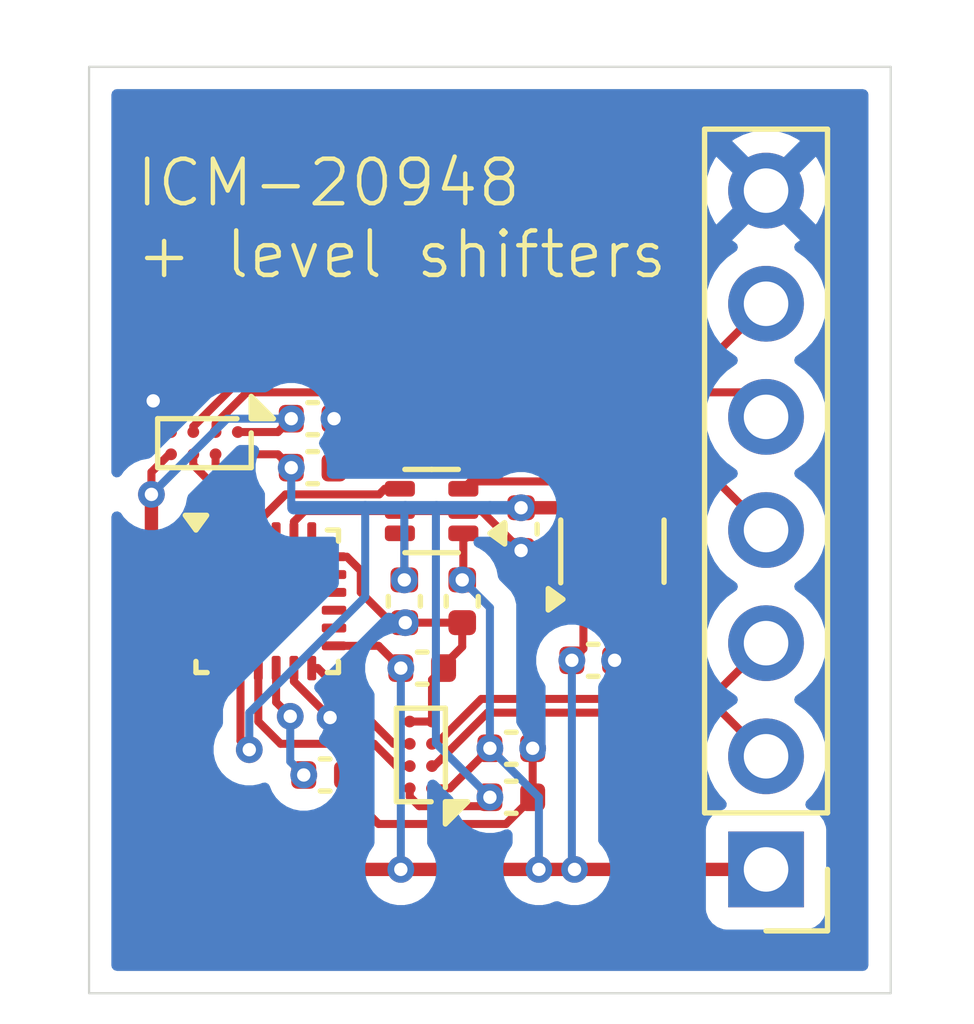
<source format=kicad_pcb>
(kicad_pcb (version 20241229) (generator "pcbnew") (generator_version "9.0")
  (layers (0 "F.Cu" signal) (2 "B.Cu" signal) (13 "F.Paste" user) (15 "B.Paste" user) (5 "F.SilkS" user "F.Silkscreen") (7 "B.SilkS" user "B.Silkscreen") (1 "F.Mask" user) (3 "B.Mask" user) (25 "Edge.Cuts" user))
  (net 0 "")
  (net 1 "GND")
  (net 2 "+3.3V")
  (net 3 "+1V8")
  (net 4 "/SPI_MOSI")
  (net 5 "/ICM_CS_3V3")
  (net 6 "/SPI_MISO")
  (net 7 "/SPI_SCK")
  (net 8 "/ICM_INT_3V3")
  (net 9 "/ICM_SCK")
  (net 10 "/ICM_MOSI")
  (net 11 "/ICM_MISO")
  (net 12 "/ICM_INT_1V8")
  (net 13 "/ICM_CS_1V8")
  (net 14 "Net-(U4-REGOUT)")
  (footprint "Package_BGA:Texas_DSBGA-8_0.9x1.9mm_Layout2x4_P0.5mm" (layer "F.Cu") (at 123.59 83.95 -90)
    (property "Reference" "U1" (hide yes))
    (property "Value" "SN74LVC2T45YZP")
    (fp_line (start -0.55 1.05) (end 0.55 1.05) (stroke (width 0.12)) (layer "F.SilkS"))
    (fp_line (start -0.55 -0.73) (end -0.55 1.05) (stroke (width 0.12)) (layer "F.SilkS"))
    (fp_line (start 0.55 -1.05) (end 0.55 1.05) (stroke (width 0.12)) (layer "F.SilkS"))
    (fp_line (start 0.55 -1.05) (end -0.23 -1.05) (stroke (width 0.12)) (layer "F.SilkS"))
    (fp_poly (pts (xy -0.55 -1.05) (xy -1.05 -1.05) (xy -0.55 -1.55) (xy -0.55 -1.05)) (stroke (width 0.12)) (fill yes) (layer "F.SilkS"))
    (pad "A1" smd circle (at -0.25 -0.75 270) (size 0.265 0.265) (property pad_prop_bga) (layers "F.Cu" "F.Mask") (net 2 "+3.3V"))
    (pad "A2" smd circle (at 0.25 -0.75 270) (size 0.265 0.265) (property pad_prop_bga) (layers "F.Cu" "F.Mask") (net 3 "+1V8"))
    (pad "B1" smd circle (at -0.25 -0.25 270) (size 0.265 0.265) (property pad_prop_bga) (layers "F.Cu" "F.Mask") (net 7 "/SPI_SCK"))
    (pad "B2" smd circle (at 0.25 -0.25 270) (size 0.265 0.265) (property pad_prop_bga) (layers "F.Cu" "F.Mask") (net 9 "/ICM_SCK"))
    (pad "C1" smd circle (at -0.25 0.25 270) (size 0.265 0.265) (property pad_prop_bga) (layers "F.Cu" "F.Mask") (net 4 "/SPI_MOSI"))
    (pad "C2" smd circle (at 0.25 0.25 270) (size 0.265 0.265) (property pad_prop_bga) (layers "F.Cu" "F.Mask") (net 10 "/ICM_MOSI"))
    (pad "D1" smd circle (at -0.25 0.75 270) (size 0.265 0.265) (property pad_prop_bga) (layers "F.Cu" "F.Mask") (net 1 "GND"))
    (pad "D2" smd circle (at 0.25 0.75 270) (size 0.265 0.265) (property pad_prop_bga) (layers "F.Cu" "F.Mask") (net 2 "+3.3V"))
  )
  (footprint "Capacitor_SMD:C_0402_1005Metric" (layer "F.Cu") (at 126.02 84.5 180)
    (property "Reference" "C4" (hide yes))
    (property "Value" "0.1uF")
    (fp_line (start -0.107836 0.36) (end 0.107836 0.36) (stroke (width 0.12)) (layer "F.SilkS"))
    (fp_line (start -0.107836 -0.36) (end 0.107836 -0.36) (stroke (width 0.12)) (layer "F.SilkS"))
    (pad "1" smd roundrect (at -0.48 0 180) (size 0.56 0.62) (layers "F.Cu" "F.Mask" "F.Paste") (net 1 "GND"))
    (pad "2" smd roundrect (at 0.48 0 180) (size 0.56 0.62) (layers "F.Cu" "F.Mask" "F.Paste") (net 3 "+1V8"))
  )
  (footprint "Capacitor_SMD:C_0402_1005Metric" (layer "F.Cu") (at 128.48 89)
    (property "Reference" "C9" (hide yes))
    (property "Value" "0.1uF")
    (fp_line (start -0.107836 -0.36) (end 0.107836 -0.36) (stroke (width 0.12)) (layer "F.SilkS"))
    (fp_line (start -0.107836 0.36) (end 0.107836 0.36) (stroke (width 0.12)) (layer "F.SilkS"))
    (pad "1" smd roundrect (at -0.48 0) (size 0.56 0.62) (layers "F.Cu" "F.Mask" "F.Paste") (net 2 "+3.3V"))
    (pad "2" smd roundrect (at 0.48 0) (size 0.56 0.62) (layers "F.Cu" "F.Mask" "F.Paste") (net 1 "GND"))
  )
  (footprint "Capacitor_SMD:C_0402_1005Metric" (layer "F.Cu") (at 132.32 88.824999 180)
    (property "Reference" "C7" (hide yes))
    (property "Value" "1uF")
    (fp_line (start -0.107836 0.36) (end 0.107836 0.36) (stroke (width 0.12)) (layer "F.SilkS"))
    (fp_line (start -0.107836 -0.36) (end 0.107836 -0.36) (stroke (width 0.12)) (layer "F.SilkS"))
    (pad "1" smd roundrect (at -0.48 0 180) (size 0.56 0.62) (layers "F.Cu" "F.Mask" "F.Paste") (net 1 "GND"))
    (pad "2" smd roundrect (at 0.48 0 180) (size 0.56 0.62) (layers "F.Cu" "F.Mask" "F.Paste") (net 2 "+3.3V"))
  )
  (footprint "Capacitor_SMD:C_0402_1005Metric" (layer "F.Cu") (at 130.7 85.88 90)
    (property "Reference" "C8" (hide yes))
    (property "Value" "1uF")
    (fp_line (start -0.107836 -0.36) (end 0.107836 -0.36) (stroke (width 0.12)) (layer "F.SilkS"))
    (fp_line (start -0.107836 0.36) (end 0.107836 0.36) (stroke (width 0.12)) (layer "F.SilkS"))
    (pad "1" smd roundrect (at -0.48 0 90) (size 0.56 0.62) (layers "F.Cu" "F.Mask" "F.Paste") (net 1 "GND"))
    (pad "2" smd roundrect (at 0.48 0 90) (size 0.56 0.62) (layers "F.Cu" "F.Mask" "F.Paste") (net 3 "+1V8"))
  )
  (footprint "Capacitor_SMD:C_0402_1005Metric" (layer "F.Cu") (at 126.3 91.4)
    (property "Reference" "C10" (hide yes))
    (property "Value" "0.1uF")
    (fp_line (start -0.107836 -0.36) (end 0.107836 -0.36) (stroke (width 0.12)) (layer "F.SilkS"))
    (fp_line (start -0.107836 0.36) (end 0.107836 0.36) (stroke (width 0.12)) (layer "F.SilkS"))
    (pad "1" smd roundrect (at -0.48 0) (size 0.56 0.62) (layers "F.Cu" "F.Mask" "F.Paste") (net 14 "Net-(U4-REGOUT)"))
    (pad "2" smd roundrect (at 0.48 0) (size 0.56 0.62) (layers "F.Cu" "F.Mask" "F.Paste") (net 1 "GND"))
  )
  (footprint "Sensor_Motion:InvenSense_QFN-24_3x3mm_P0.4mm" (layer "F.Cu") (at 125 87.5)
    (property "Reference" "U4" (hide yes))
    (property "Value" "ICM-20948")
    (fp_line (start -1.6 1.6) (end -1.6 1.35) (stroke (width 0.12)) (layer "F.SilkS"))
    (fp_line (start -1.6 1.6) (end -1.35 1.6) (stroke (width 0.12)) (layer "F.SilkS"))
    (fp_line (start 1.6 -1.6) (end 1.35 -1.6) (stroke (width 0.12)) (layer "F.SilkS"))
    (fp_line (start 1.6 -1.6) (end 1.6 -1.35) (stroke (width 0.12)) (layer "F.SilkS"))
    (fp_line (start 1.6 1.6) (end 1.35 1.6) (stroke (width 0.12)) (layer "F.SilkS"))
    (fp_line (start 1.6 1.6) (end 1.6 1.35) (stroke (width 0.12)) (layer "F.SilkS"))
    (fp_poly (pts (xy -1.6 -1.6) (xy -1.84 -1.93) (xy -1.36 -1.93) (xy -1.6 -1.6)) (stroke (width 0.12)) (fill yes) (layer "F.SilkS"))
    (pad "1" smd roundrect (at -1.5 -1) (size 0.55 0.2) (layers "F.Cu" "F.Mask" "F.Paste"))
    (pad "2" smd roundrect (at -1.5 -0.6) (size 0.55 0.2) (layers "F.Cu" "F.Mask" "F.Paste"))
    (pad "3" smd roundrect (at -1.5 -0.2) (size 0.55 0.2) (layers "F.Cu" "F.Mask" "F.Paste"))
    (pad "4" smd roundrect (at -1.5 0.2) (size 0.55 0.2) (layers "F.Cu" "F.Mask" "F.Paste"))
    (pad "5" smd roundrect (at -1.5 0.6) (size 0.55 0.2) (layers "F.Cu" "F.Mask" "F.Paste"))
    (pad "6" smd roundrect (at -1.5 1) (size 0.55 0.2) (layers "F.Cu" "F.Mask" "F.Paste"))
    (pad "7" smd roundrect (at -1 1.5 90) (size 0.55 0.2) (layers "F.Cu" "F.Mask" "F.Paste"))
    (pad "8" smd roundrect (at -0.6 1.5 90) (size 0.55 0.2) (layers "F.Cu" "F.Mask" "F.Paste") (net 3 "+1V8"))
    (pad "9" smd roundrect (at -0.2 1.5 90) (size 0.55 0.2) (layers "F.Cu" "F.Mask" "F.Paste") (net 11 "/ICM_MISO"))
    (pad "10" smd roundrect (at 0.2 1.5 90) (size 0.55 0.2) (layers "F.Cu" "F.Mask" "F.Paste") (net 14 "Net-(U4-REGOUT)"))
    (pad "11" smd roundrect (at 0.6 1.5 90) (size 0.55 0.2) (layers "F.Cu" "F.Mask" "F.Paste") (net 1 "GND"))
    (pad "12" smd roundrect (at 1 1.5 90) (size 0.55 0.2) (layers "F.Cu" "F.Mask" "F.Paste") (net 12 "/ICM_INT_1V8"))
    (pad "13" smd roundrect (at 1.5 1) (size 0.55 0.2) (layers "F.Cu" "F.Mask" "F.Paste") (net 2 "+3.3V"))
    (pad "14" smd roundrect (at 1.5 0.6) (size 0.55 0.2) (layers "F.Cu" "F.Mask" "F.Paste"))
    (pad "15" smd roundrect (at 1.5 0.2) (size 0.55 0.2) (layers "F.Cu" "F.Mask" "F.Paste"))
    (pad "16" smd roundrect (at 1.5 -0.2) (size 0.55 0.2) (layers "F.Cu" "F.Mask" "F.Paste"))
    (pad "17" smd roundrect (at 1.5 -0.6) (size 0.55 0.2) (layers "F.Cu" "F.Mask" "F.Paste"))
    (pad "18" smd roundrect (at 1.5 -1) (size 0.55 0.2) (layers "F.Cu" "F.Mask" "F.Paste") (net 1 "GND"))
    (pad "19" smd roundrect (at 1 -1.5 90) (size 0.55 0.2) (layers "F.Cu" "F.Mask" "F.Paste"))
    (pad "20" smd roundrect (at 0.6 -1.5 90) (size 0.55 0.2) (layers "F.Cu" "F.Mask" "F.Paste") (net 1 "GND"))
    (pad "21" smd roundrect (at 0.2 -1.5 90) (size 0.55 0.2) (layers "F.Cu" "F.Mask" "F.Paste"))
    (pad "22" smd roundrect (at -0.2 -1.5 90) (size 0.55 0.2) (layers "F.Cu" "F.Mask" "F.Paste") (net 13 "/ICM_CS_1V8"))
    (pad "23" smd roundrect (at -0.6 -1.5 90) (size 0.55 0.2) (layers "F.Cu" "F.Mask" "F.Paste") (net 9 "/ICM_SCK"))
    (pad "24" smd roundrect (at -1 -1.5 90) (size 0.55 0.2) (layers "F.Cu" "F.Mask" "F.Paste") (net 10 "/ICM_MOSI"))
  )
  (footprint "Capacitor_SMD:C_0402_1005Metric" (layer "F.Cu") (at 130.48 91.9 180)
    (property "Reference" "C5" (hide yes))
    (property "Value" "0.1uF")
    (fp_line (start -0.107836 0.36) (end 0.107836 0.36) (stroke (width 0.12)) (layer "F.SilkS"))
    (fp_line (start -0.107836 -0.36) (end 0.107836 -0.36) (stroke (width 0.12)) (layer "F.SilkS"))
    (pad "1" smd roundrect (at -0.48 0 180) (size 0.56 0.62) (layers "F.Cu" "F.Mask" "F.Paste") (net 1 "GND"))
    (pad "2" smd roundrect (at 0.48 0 180) (size 0.56 0.62) (layers "F.Cu" "F.Mask" "F.Paste") (net 3 "+1V8"))
  )
  (footprint "Capacitor_SMD:C_0402_1005Metric" (layer "F.Cu") (at 129.3785 87.5 90)
    (property "Reference" "C3" (hide yes))
    (property "Value" "0.1uF")
    (fp_line (start -0.107836 -0.36) (end 0.107836 -0.36) (stroke (width 0.12)) (layer "F.SilkS"))
    (fp_line (start -0.107836 0.36) (end 0.107836 0.36) (stroke (width 0.12)) (layer "F.SilkS"))
    (pad "1" smd roundrect (at -0.48 0 90) (size 0.56 0.62) (layers "F.Cu" "F.Mask" "F.Paste") (net 1 "GND"))
    (pad "2" smd roundrect (at 0.48 0 90) (size 0.56 0.62) (layers "F.Cu" "F.Mask" "F.Paste") (net 2 "+3.3V"))
  )
  (footprint "Package_BGA:Texas_DSBGA-8_0.9x1.9mm_Layout2x4_P0.5mm" (layer "F.Cu") (at 128.45 90.95 180)
    (property "Reference" "U2" (hide yes))
    (property "Value" "SN74LVC2T45YZP")
    (fp_line (start 0.55 -1.05) (end 0.55 1.05) (stroke (width 0.12)) (layer "F.SilkS"))
    (fp_line (start 0.55 -1.05) (end -0.23 -1.05) (stroke (width 0.12)) (layer "F.SilkS"))
    (fp_line (start -0.55 1.05) (end 0.55 1.05) (stroke (width 0.12)) (layer "F.SilkS"))
    (fp_line (start -0.55 -0.73) (end -0.55 1.05) (stroke (width 0.12)) (layer "F.SilkS"))
    (fp_poly (pts (xy -0.55 -1.05) (xy -1.05 -1.05) (xy -0.55 -1.55) (xy -0.55 -1.05)) (stroke (width 0.12)) (fill yes) (layer "F.SilkS"))
    (pad "A1" smd circle (at -0.25 -0.75 180) (size 0.265 0.265) (property pad_prop_bga) (layers "F.Cu" "F.Mask") (net 2 "+3.3V"))
    (pad "A2" smd circle (at 0.25 -0.75 180) (size 0.265 0.265) (property pad_prop_bga) (layers "F.Cu" "F.Mask") (net 3 "+1V8"))
    (pad "B1" smd circle (at -0.25 -0.25 180) (size 0.265 0.265) (property pad_prop_bga) (layers "F.Cu" "F.Mask") (net 6 "/SPI_MISO"))
    (pad "B2" smd circle (at 0.25 -0.25 180) (size 0.265 0.265) (property pad_prop_bga) (layers "F.Cu" "F.Mask") (net 11 "/ICM_MISO"))
    (pad "C1" smd circle (at -0.25 0.25 180) (size 0.265 0.265) (property pad_prop_bga) (layers "F.Cu" "F.Mask") (net 8 "/ICM_INT_3V3"))
    (pad "C2" smd circle (at 0.25 0.25 180) (size 0.265 0.265) (property pad_prop_bga) (layers "F.Cu" "F.Mask") (net 12 "/ICM_INT_1V8"))
    (pad "D1" smd circle (at -0.25 0.75 180) (size 0.265 0.265) (property pad_prop_bga) (layers "F.Cu" "F.Mask") (net 1 "GND"))
    (pad "D2" smd circle (at 0.25 0.75 180) (size 0.265 0.265) (property pad_prop_bga) (layers "F.Cu" "F.Mask") (net 1 "GND"))
  )
  (footprint "Connector_PinHeader_2.54mm:PinHeader_1x07_P2.54mm_Vertical" (layer "F.Cu") (at 136.2 93.52 180)
    (property "Reference" "J1" (hide yes))
    (property "Value" "Conn_01x07")
    (fp_line (start 1.38 1.27) (end 1.38 16.62) (stroke (width 0.12)) (layer "F.SilkS"))
    (fp_line (start -1.38 16.62) (end 1.38 16.62) (stroke (width 0.12)) (layer "F.SilkS"))
    (fp_line (start -1.38 1.27) (end 1.38 1.27) (stroke (width 0.12)) (layer "F.SilkS"))
    (fp_line (start -1.38 1.27) (end -1.38 16.62) (stroke (width 0.12)) (layer "F.SilkS"))
    (fp_line (start -1.38 0) (end -1.38 -1.38) (stroke (width 0.12)) (layer "F.SilkS"))
    (fp_line (start -1.38 -1.38) (end 0 -1.38) (stroke (width 0.12)) (layer "F.SilkS"))
    (pad "1" thru_hole rect (at 0 0 180) (size 1.7 1.7) (drill 1) (layers "*.Cu" "*.Mask") (net 2 "+3.3V"))
    (pad "2" thru_hole circle (at 0 2.54 180) (size 1.7 1.7) (drill 1) (layers "*.Cu" "*.Mask") (net 6 "/SPI_MISO"))
    (pad "3" thru_hole circle (at 0 5.08 180) (size 1.7 1.7) (drill 1) (layers "*.Cu" "*.Mask") (net 8 "/ICM_INT_3V3"))
    (pad "4" thru_hole circle (at 0 7.62 180) (size 1.7 1.7) (drill 1) (layers "*.Cu" "*.Mask") (net 5 "/ICM_CS_3V3"))
    (pad "5" thru_hole circle (at 0 10.16 180) (size 1.7 1.7) (drill 1) (layers "*.Cu" "*.Mask") (net 7 "/SPI_SCK"))
    (pad "6" thru_hole circle (at 0 12.7 180) (size 1.7 1.7) (drill 1) (layers "*.Cu" "*.Mask") (net 4 "/SPI_MOSI"))
    (pad "7" thru_hole circle (at 0 15.24 180) (size 1.7 1.7) (drill 1) (layers "*.Cu" "*.Mask") (net 1 "GND"))
  )
  (footprint "Capacitor_SMD:C_0402_1005Metric" (layer "F.Cu") (at 128.0785 87.5 90)
    (property "Reference" "C6" (hide yes))
    (property "Value" "0.1uF")
    (fp_line (start -0.107836 -0.36) (end 0.107836 -0.36) (stroke (width 0.12)) (layer "F.SilkS"))
    (fp_line (start -0.107836 0.36) (end 0.107836 0.36) (stroke (width 0.12)) (layer "F.SilkS"))
    (pad "1" smd roundrect (at -0.48 0 90) (size 0.56 0.62) (layers "F.Cu" "F.Mask" "F.Paste") (net 1 "GND"))
    (pad "2" smd roundrect (at 0.48 0 90) (size 0.56 0.62) (layers "F.Cu" "F.Mask" "F.Paste") (net 3 "+1V8"))
  )
  (footprint "Package_TO_SOT_SMD:SOT-353_SC-70-5" (layer "F.Cu") (at 132.75 86.374999 90)
    (property "Reference" "U5" (hide yes))
    (property "Value" "TLV70018_SOT353")
    (fp_line (start -0.71 -1.16) (end 0.7 -1.16) (stroke (width 0.12)) (layer "F.SilkS"))
    (fp_line (start -0.7 1.16) (end 0.7 1.16) (stroke (width 0.12)) (layer "F.SilkS"))
    (fp_poly (pts (xy -1.08 -1.11) (xy -1.32 -1.44) (xy -0.84 -1.44) (xy -1.08 -1.11)) (stroke (width 0.12)) (fill yes) (layer "F.SilkS"))
    (pad "1" smd roundrect (at -0.95 -0.65 90) (size 0.65 0.4) (layers "F.Cu" "F.Mask" "F.Paste") (net 2 "+3.3V"))
    (pad "2" smd roundrect (at -0.95 0 90) (size 0.65 0.4) (layers "F.Cu" "F.Mask" "F.Paste") (net 1 "GND"))
    (pad "3" smd roundrect (at -0.95 0.65 90) (size 0.65 0.4) (layers "F.Cu" "F.Mask" "F.Paste") (net 2 "+3.3V"))
    (pad "4" smd roundrect (at 0.95 0.65 90) (size 0.65 0.4) (layers "F.Cu" "F.Mask" "F.Paste"))
    (pad "5" smd roundrect (at 0.95 -0.65 90) (size 0.65 0.4) (layers "F.Cu" "F.Mask" "F.Paste") (net 3 "+1V8"))
  )
  (footprint "Capacitor_SMD:C_0402_1005Metric" (layer "F.Cu") (at 130.48 90.8 180)
    (property "Reference" "C2" (hide yes))
    (property "Value" "0.1uF")
    (fp_line (start -0.107836 0.36) (end 0.107836 0.36) (stroke (width 0.12)) (layer "F.SilkS"))
    (fp_line (start -0.107836 -0.36) (end 0.107836 -0.36) (stroke (width 0.12)) (layer "F.SilkS"))
    (pad "1" smd roundrect (at -0.48 0 180) (size 0.56 0.62) (layers "F.Cu" "F.Mask" "F.Paste") (net 1 "GND"))
    (pad "2" smd roundrect (at 0.48 0 180) (size 0.56 0.62) (layers "F.Cu" "F.Mask" "F.Paste") (net 2 "+3.3V"))
  )
  (footprint "Package_TO_SOT_SMD:SOT-563" (layer "F.Cu") (at 128.691 85.474006 180)
    (property "Reference" "U3" (hide yes))
    (property "Value" "SN74LVC1T45DRL")
    (fp_line (start 0 0.935) (end 0.6 0.935) (stroke (width 0.12)) (layer "F.SilkS"))
    (fp_line (start 0 0.935) (end -0.6 0.935) (stroke (width 0.12)) (layer "F.SilkS"))
    (fp_line (start 0 -0.935) (end 0.6 -0.935) (stroke (width 0.12)) (layer "F.SilkS"))
    (fp_line (start 0 -0.935) (end -0.6 -0.935) (stroke (width 0.12)) (layer "F.SilkS"))
    (fp_poly (pts (xy -1.31 -0.5) (xy -1.64 -0.26) (xy -1.64 -0.74)) (stroke (width 0.12)) (fill yes) (layer "F.SilkS"))
    (pad "1" smd roundrect (at -0.7125 -0.5 180) (size 0.675 0.35) (layers "F.Cu" "F.Mask" "F.Paste") (net 2 "+3.3V"))
    (pad "2" smd roundrect (at -0.7125 0 180) (size 0.675 0.35) (layers "F.Cu" "F.Mask" "F.Paste") (net 1 "GND"))
    (pad "3" smd roundrect (at -0.7125 0.5 180) (size 0.675 0.35) (layers "F.Cu" "F.Mask" "F.Paste") (net 5 "/ICM_CS_3V3"))
    (pad "4" smd roundrect (at 0.7125 0.5 180) (size 0.675 0.35) (layers "F.Cu" "F.Mask" "F.Paste") (net 13 "/ICM_CS_1V8"))
    (pad "5" smd roundrect (at 0.7125 0 180) (size 0.675 0.35) (layers "F.Cu" "F.Mask" "F.Paste") (net 1 "GND"))
    (pad "6" smd roundrect (at 0.7125 -0.5 180) (size 0.675 0.35) (layers "F.Cu" "F.Mask" "F.Paste") (net 3 "+1V8"))
  )
  (footprint "Capacitor_SMD:C_0402_1005Metric" (layer "F.Cu") (at 126.02 83.4 180)
    (property "Reference" "C1" (hide yes))
    (property "Value" "0.1uF")
    (fp_line (start -0.107836 0.36) (end 0.107836 0.36) (stroke (width 0.12)) (layer "F.SilkS"))
    (fp_line (start -0.107836 -0.36) (end 0.107836 -0.36) (stroke (width 0.12)) (layer "F.SilkS"))
    (pad "1" smd roundrect (at -0.48 0 180) (size 0.56 0.62) (layers "F.Cu" "F.Mask" "F.Paste") (net 1 "GND"))
    (pad "2" smd roundrect (at 0.48 0 180) (size 0.56 0.62) (layers "F.Cu" "F.Mask" "F.Paste") (net 2 "+3.3V"))
  )
  (gr_rect (start 121 75.5) (end 139 96.3) (stroke (width 0.05)) (fill no) (layer "Edge.Cuts"))
  (gr_text "ICM-20948\n+ level shifters" (at 122 80.3 0) (layer "F.SilkS") (effects (font (size 1 1) (thickness 0.1)) (justify left bottom)))
  (segment (start 126.787922 86.5) (end 127.1 86.812078) (width 0.18) (layer "F.Cu") (net 1))
  (segment (start 130.96 91.9) (end 130.96 90.8) (width 0.18) (layer "F.Cu") (net 1))
  (segment (start 129.4035 85.474006) (end 129.814006 85.474006) (width 0.18) (layer "F.Cu") (net 1))
  (segment (start 128.2 90.2) (end 128.7 90.2) (width 0.18) (layer "F.Cu") (net 1))
  (segment (start 128.96 89) (end 128.96 88.94) (width 0.18) (layer "F.Cu") (net 1))
  (segment (start 122.84 83.4) (end 122.44 83) (width 0.18) (layer "F.Cu") (net 1))
  (segment (start 126.5 83.4) (end 126.5 84.5) (width 0.18) (layer "F.Cu") (net 1))
  (segment (start 122.84 83.7) (end 122.84 83.4) (width 0.18) (layer "F.Cu") (net 1))
  (segment (start 125.6 86) (end 125.6 85.712078) (width 0.18) (layer "F.Cu") (net 1))
  (segment (start 128.7 89.26) (end 128.96 89) (width 0.18) (layer "F.Cu") (net 1))
  (segment (start 127.9785 85.474006) (end 129.4035 85.474006) (width 0.18) (layer "F.Cu") (net 1))
  (segment (start 128.1 87.98) (end 128.0785 87.98) (width 0.18) (layer "F.Cu") (net 1))
  (segment (start 129.814006 85.474006) (end 130.7 86.36) (width 0.18) (layer "F.Cu") (net 1))
  (segment (start 132.75 87.324999) (end 132.75 88.774999) (width 0.18) (layer "F.Cu") (net 1))
  (segment (start 125.6 89.3) (end 126.41 90.11) (width 0.18) (layer "F.Cu") (net 1))
  (segment (start 127.1 87.3) (end 127.1 86.812078) (width 0.18) (layer "F.Cu") (net 1))
  (segment (start 126.78 91.78) (end 127.5 92.5) (width 0.18) (layer "F.Cu") (net 1))
  (segment (start 126.41 90.11) (end 126.411416 90.11) (width 0.18) (layer "F.Cu") (net 1))
  (segment (start 127.5 92.5) (end 130.36 92.5) (width 0.18) (layer "F.Cu") (net 1))
  (segment (start 125.6 85.712078) (end 125.838072 85.474006) (width 0.18) (layer "F.Cu") (net 1))
  (segment (start 132.75 88.774999) (end 132.8 88.824999) (width 0.18) (layer "F.Cu") (net 1))
  (segment (start 128.0785 87.98) (end 127.78 87.98) (width 0.18) (layer "F.Cu") (net 1))
  (segment (start 126.5 86.5) (end 126.787922 86.5) (width 0.18) (layer "F.Cu") (net 1))
  (segment (start 125.838072 85.474006) (end 127.9785 85.474006) (width 0.18) (layer "F.Cu") (net 1))
  (segment (start 128.7 90.2) (end 128.7 89.26) (width 0.18) (layer "F.Cu") (net 1))
  (segment (start 130.36 92.5) (end 130.96 91.9) (width 0.18) (layer "F.Cu") (net 1))
  (segment (start 129.3785 88.5215) (end 129.3785 87.98) (width 0.18) (layer "F.Cu") (net 1))
  (segment (start 128.96 88.94) (end 129.3785 88.5215) (width 0.18) (layer "F.Cu") (net 1))
  (segment (start 125.6 89) (end 125.6 89.3) (width 0.18) (layer "F.Cu") (net 1))
  (segment (start 127.78 87.98) (end 127.1 87.3) (width 0.18) (layer "F.Cu") (net 1))
  (segment (start 129.3785 87.98) (end 128.1 87.98) (width 0.18) (layer "F.Cu") (net 1))
  (segment (start 126.78 91.4) (end 126.78 91.78) (width 0.18) (layer "F.Cu") (net 1))
  (via (at 126.5 83.4) (size 0.6) (drill 0.3) (layers "F.Cu" "B.Cu") (net 1))
  (via (at 126.411416 90.11) (size 0.6) (drill 0.3) (layers "F.Cu" "B.Cu") (net 1))
  (via (at 130.7 86.36) (size 0.6) (drill 0.3) (layers "F.Cu" "B.Cu") (net 1))
  (via (at 132.8 88.824999) (size 0.6) (drill 0.3) (layers "F.Cu" "B.Cu") (net 1))
  (via (at 122.44 83) (size 0.6) (drill 0.3) (layers "F.Cu" "B.Cu") (net 1))
  (via (at 130.96 90.8) (size 0.6) (drill 0.3) (layers "F.Cu" "B.Cu") (net 1))
  (via (at 128.1 87.98) (size 0.6) (drill 0.3) (layers "F.Cu" "B.Cu") (net 1))
  (segment (start 136.6 78.62) (end 136.58 78.62) (width 0.3) (layer "B.Cu") (net 1))
  (segment (start 125.24 83.7) (end 125.54 83.4) (width 0.18) (layer "F.Cu") (net 2))
  (segment (start 133.4 87.324999) (end 133.4 87.164981) (width 0.18) (layer "F.Cu") (net 2))
  (segment (start 127.5 88.5) (end 128 89) (width 0.18) (layer "F.Cu") (net 2))
  (segment (start 122.4 84.6) (end 122.4 85.1) (width 0.18) (layer "F.Cu") (net 2))
  (segment (start 132.994018 86.758999) (end 132.341001 86.758999) (width 0.18) (layer "F.Cu") (net 2))
  (segment (start 126.5 88.5) (end 127.5 88.5) (width 0.18) (layer "F.Cu") (net 2))
  (segment (start 132.1 87.324999) (end 132.1 88.564999) (width 0.18) (layer "F.Cu") (net 2))
  (segment (start 128 93.52) (end 125.92 93.52) (width 0.3) (layer "F.Cu") (net 2))
  (segment (start 132.1 87) (end 132.1 87.324999) (width 0.18) (layer "F.Cu") (net 2))
  (segment (start 122.4 90) (end 122.4 85.1) (width 0.3) (layer "F.Cu") (net 2))
  (segment (start 136.2 93.52) (end 131.9 93.52) (width 0.3) (layer "F.Cu") (net 2))
  (segment (start 124.34 83.7) (end 125.24 83.7) (width 0.18) (layer "F.Cu") (net 2))
  (segment (start 128.7 91.7) (end 129.1 91.7) (width 0.18) (layer "F.Cu") (net 2))
  (segment (start 129.1 91.7) (end 130 90.8) (width 0.18) (layer "F.Cu") (net 2))
  (segment (start 132.1 88.564999) (end 131.84 88.824999) (width 0.18) (layer "F.Cu") (net 2))
  (segment (start 129.3785 85.999006) (end 129.4035 85.974006) (width 0.18) (layer "F.Cu") (net 2))
  (segment (start 122.84 84.2) (end 122.8 84.2) (width 0.18) (layer "F.Cu") (net 2))
  (segment (start 129.4035 85.974006) (end 129.4035 86.995) (width 0.18) (layer "F.Cu") (net 2))
  (segment (start 122.8 84.2) (end 122.4 84.6) (width 0.18) (layer "F.Cu") (net 2))
  (segment (start 132.341001 86.758999) (end 132.1 87) (width 0.18) (layer "F.Cu") (net 2))
  (segment (start 125.92 93.52) (end 122.4 90) (width 0.3) (layer "F.Cu") (net 2))
  (segment (start 131.1 93.52) (end 128 93.52) (width 0.3) (layer "F.Cu") (net 2))
  (segment (start 133.4 87.164981) (end 132.994018 86.758999) (width 0.18) (layer "F.Cu") (net 2))
  (segment (start 131.9 93.52) (end 131.1 93.52) (width 0.3) (layer "F.Cu") (net 2))
  (segment (start 129.4035 86.995) (end 129.3785 87.02) (width 0.18) (layer "F.Cu") (net 2))
  (segment (start 129.4785 86.074006) (end 129.5785 85.974006) (width 0.18) (layer "F.Cu") (net 2))
  (via (at 131.1 93.52) (size 0.6) (drill 0.3) (layers "F.Cu" "B.Cu") (net 2))
  (via (at 130 90.8) (size 0.6) (drill 0.3) (layers "F.Cu" "B.Cu") (net 2))
  (via (at 131.9 93.52) (size 0.6) (drill 0.3) (layers "F.Cu" "B.Cu") (net 2))
  (via (at 128 89) (size 0.6) (drill 0.3) (layers "F.Cu" "B.Cu") (net 2))
  (via (at 129.3785 87.02) (size 0.6) (drill 0.3) (layers "F.Cu" "B.Cu") (net 2))
  (via (at 131.84 88.824999) (size 0.6) (drill 0.3) (layers "F.Cu" "B.Cu") (net 2))
  (via (at 125.54 83.4) (size 0.6) (drill 0.3) (layers "F.Cu" "B.Cu") (net 2))
  (via (at 122.4 85.1) (size 0.6) (drill 0.3) (layers "F.Cu" "B.Cu") (net 2))
  (via (at 128 93.52) (size 0.6) (drill 0.3) (layers "F.Cu" "B.Cu") (net 2))
  (segment (start 131.84 93.46) (end 131.9 93.52) (width 0.18) (layer "B.Cu") (net 2))
  (segment (start 131.84 88.824999) (end 131.84 93.46) (width 0.18) (layer "B.Cu") (net 2))
  (segment (start 130 90.8) (end 131.1 91.9) (width 0.18) (layer "B.Cu") (net 2))
  (segment (start 129.3785 87.02) (end 130 87.6415) (width 0.18) (layer "B.Cu") (net 2))
  (segment (start 131.1 91.9) (end 131.1 93.52) (width 0.18) (layer "B.Cu") (net 2))
  (segment (start 128 89) (end 128 93.52) (width 0.18) (layer "B.Cu") (net 2))
  (segment (start 124.1 83.4) (end 125.54 83.4) (width 0.18) (layer "B.Cu") (net 2))
  (segment (start 130 87.6415) (end 130 90.8) (width 0.18) (layer "B.Cu") (net 2))
  (segment (start 122.4 85.1) (end 124.1 83.4) (width 0.18) (layer "B.Cu") (net 2))
  (segment (start 130.7 85.4) (end 132.075001 85.4) (width 0.3) (layer "F.Cu") (net 3))
  (segment (start 124.4 89) (end 124.4 90.634387) (width 0.18) (layer "F.Cu") (net 3))
  (segment (start 125.24 84.2) (end 125.54 84.5) (width 0.18) (layer "F.Cu") (net 3))
  (segment (start 129.8 92.1) (end 130 91.9) (width 0.18) (layer "F.Cu") (net 3))
  (segment (start 128.2 91.7) (end 128.2 91.887383) (width 0.18) (layer "F.Cu") (net 3))
  (segment (start 128.412617 92.1) (end 129.8 92.1) (width 0.18) (layer "F.Cu") (net 3))
  (segment (start 132.075001 85.4) (end 132.1 85.424999) (width 0.3) (layer "F.Cu") (net 3))
  (segment (start 128.2 91.887383) (end 128.412617 92.1) (width 0.18) (layer "F.Cu") (net 3))
  (segment (start 124.34 84.2) (end 125.24 84.2) (width 0.18) (layer "F.Cu") (net 3))
  (segment (start 128.0785 86.074006) (end 127.9785 85.974006) (width 0.18) (layer "F.Cu") (net 3))
  (segment (start 124.4 90.634387) (end 124.597451 90.831838) (width 0.18) (layer "F.Cu") (net 3))
  (segment (start 128.0785 87.02) (end 128.0785 86.074006) (width 0.18) (layer "F.Cu") (net 3))
  (via (at 130.7 85.4) (size 0.6) (drill 0.3) (layers "F.Cu" "B.Cu") (net 3))
  (via (at 124.597451 90.831838) (size 0.6) (drill 0.3) (layers "F.Cu" "B.Cu") (net 3))
  (via (at 130 91.9) (size 0.6) (drill 0.3) (layers "F.Cu" "B.Cu") (net 3))
  (via (at 128.0785 87.02) (size 0.6) (drill 0.3) (layers "F.Cu" "B.Cu") (net 3))
  (via (at 125.54 84.5) (size 0.6) (drill 0.3) (layers "F.Cu" "B.Cu") (net 3))
  (segment (start 128.7875 90.6875) (end 128.7875 85.4125) (width 0.18) (layer "B.Cu") (net 3))
  (segment (start 130 91.9) (end 128.7875 90.6875) (width 0.18) (layer "B.Cu") (net 3))
  (segment (start 128.7875 85.4125) (end 128.8 85.4) (width 0.18) (layer "B.Cu") (net 3))
  (segment (start 124.597451 90.831838) (end 124.597451 90.002549) (width 0.18) (layer "B.Cu") (net 3))
  (segment (start 128.0785 87.02) (end 128.0785 85.4215) (width 0.18) (layer "B.Cu") (net 3))
  (segment (start 128.1 85.4) (end 127.2 85.4) (width 0.3) (layer "B.Cu") (net 3))
  (segment (start 125.54 84.5) (end 125.54 85.34) (width 0.18) (layer "B.Cu") (net 3))
  (segment (start 125.54 85.34) (end 125.6 85.4) (width 0.18) (layer "B.Cu") (net 3))
  (segment (start 128.8 85.4) (end 128.1 85.4) (width 0.3) (layer "B.Cu") (net 3))
  (segment (start 124.597451 90.002549) (end 127.2 87.4) (width 0.18) (layer "B.Cu") (net 3))
  (segment (start 130 85.4) (end 130.7 85.4) (width 0.3) (layer "B.Cu") (net 3))
  (segment (start 130 85.4) (end 128.8 85.4) (width 0.3) (layer "B.Cu") (net 3))
  (segment (start 127.2 87.4) (end 127.2 85.4) (width 0.18) (layer "B.Cu") (net 3))
  (segment (start 127.2 85.4) (end 125.6 85.4) (width 0.3) (layer "B.Cu") (net 3))
  (segment (start 128.0785 85.4215) (end 128.1 85.4) (width 0.18) (layer "B.Cu") (net 3))
  (segment (start 134.528 82.492) (end 136.2 80.82) (width 0.18) (layer "F.Cu") (net 4))
  (segment (start 123.34 83.7) (end 123.34 83.577039) (width 0.18) (layer "F.Cu") (net 4))
  (segment (start 124.425039 82.492) (end 134.528 82.492) (width 0.18) (layer "F.Cu") (net 4))
  (segment (start 123.34 83.577039) (end 124.425039 82.492) (width 0.18) (layer "F.Cu") (net 4))
  (segment (start 136.2 85.9) (end 135.109 84.809) (width 0.18) (layer "F.Cu") (net 5))
  (segment (start 135.109 84.809) (end 129.568506 84.809) (width 0.18) (layer "F.Cu") (net 5))
  (segment (start 129.568506 84.809) (end 129.4035 84.974006) (width 0.18) (layer "F.Cu") (net 5))
  (segment (start 135.22 90) (end 136.2 90.98) (width 0.18) (layer "F.Cu") (net 6))
  (segment (start 129.947304 90) (end 135.22 90) (width 0.18) (layer "F.Cu") (net 6))
  (segment (start 128.747304 91.2) (end 129.947304 90) (width 0.18) (layer "F.Cu") (net 6))
  (segment (start 128.7 91.2) (end 128.747304 91.2) (width 0.18) (layer "F.Cu") (net 6))
  (segment (start 124.526308 82.826308) (end 124.552617 82.8) (width 0.18) (layer "F.Cu") (net 7))
  (segment (start 135.649 82.809) (end 136.2 83.36) (width 0.18) (layer "F.Cu") (net 7))
  (segment (start 123.84 83.7) (end 123.84 83.512617) (width 0.18) (layer "F.Cu") (net 7))
  (segment (start 124.543616 82.809) (end 135.649 82.809) (width 0.18) (layer "F.Cu") (net 7))
  (segment (start 124.526308 82.826308) (end 124.543616 82.809) (width 0.18) (layer "F.Cu") (net 7))
  (segment (start 123.84 83.512617) (end 124.526308 82.826308) (width 0.18) (layer "F.Cu") (net 7))
  (segment (start 128.8 90.7) (end 129.808 89.692) (width 0.18) (layer "F.Cu") (net 8))
  (segment (start 129.808 89.692) (end 134.948 89.692) (width 0.18) (layer "F.Cu") (net 8))
  (segment (start 134.948 89.692) (end 136.2 88.44) (width 0.18) (layer "F.Cu") (net 8))
  (segment (start 128.7 90.7) (end 128.8 90.7) (width 0.18) (layer "F.Cu") (net 8))
  (segment (start 124.4 86) (end 124.4 85) (width 0.18) (layer "F.Cu") (net 9))
  (segment (start 124.4 85) (end 123.84 84.44) (width 0.18) (layer "F.Cu") (net 9))
  (segment (start 123.84 84.44) (end 123.84 84.2) (width 0.18) (layer "F.Cu") (net 9))
  (segment (start 124 85.1) (end 123.34 84.44) (width 0.18) (layer "F.Cu") (net 10))
  (segment (start 123.34 84.44) (end 123.34 84.2) (width 0.18) (layer "F.Cu") (net 10))
  (segment (start 124 86) (end 124 85.1) (width 0.18) (layer "F.Cu") (net 10))
  (segment (start 128.2 91.2) (end 127.900223 91.2) (width 0.18) (layer "F.Cu") (net 11))
  (segment (start 124.8 90.2) (end 124.8 89) (width 0.18) (layer "F.Cu") (net 11))
  (segment (start 127.900223 91.2) (end 127.400223 90.7) (width 0.18) (layer "F.Cu") (net 11))
  (segment (start 127.400223 90.7) (end 125.3 90.7) (width 0.18) (layer "F.Cu") (net 11))
  (segment (start 125.3 90.7) (end 124.8 90.2) (width 0.18) (layer "F.Cu") (net 11))
  (segment (start 126 89) (end 126.135801 89) (width 0.18) (layer "F.Cu") (net 12))
  (segment (start 127.835801 90.7) (end 128.2 90.7) (width 0.18) (layer "F.Cu") (net 12))
  (segment (start 126.135801 89) (end 127.835801 90.7) (width 0.18) (layer "F.Cu") (net 12))
  (segment (start 127.515007 85.1) (end 127.641001 84.974006) (width 0.18) (layer "F.Cu") (net 13))
  (segment (start 124.8 85.712078) (end 125.412078 85.1) (width 0.18) (layer "F.Cu") (net 13))
  (segment (start 127.641001 84.974006) (end 127.9785 84.974006) (width 0.18) (layer "F.Cu") (net 13))
  (segment (start 124.8 86) (end 124.8 85.712078) (width 0.18) (layer "F.Cu") (net 13))
  (segment (start 125.412078 85.1) (end 127.515007 85.1) (width 0.18) (layer "F.Cu") (net 13))
  (segment (start 125.2 89) (end 125.2 89.765612) (width 0.18) (layer "F.Cu") (net 14))
  (segment (start 125.2 89.765612) (end 125.517194 90.082806) (width 0.18) (layer "F.Cu") (net 14))
  (via (at 125.82 91.4) (size 0.6) (drill 0.3) (layers "F.Cu" "B.Cu") (net 14))
  (via (at 125.517194 90.082806) (size 0.6) (drill 0.3) (layers "F.Cu" "B.Cu") (net 14))
  (segment (start 125.517194 91.097194) (end 125.82 91.4) (width 0.18) (layer "B.Cu") (net 14))
  (segment (start 125.517194 90.082806) (end 125.517194 91.097194) (width 0.18) (layer "B.Cu") (net 14))
  (zone (net 1) (net_name "GND") (layer "B.Cu") (connect_pads (clearance 0.5)) (min_thickness 0.25) (fill yes (thermal_gap 0.5) (thermal_bridge_width 0.5))
    (polygon (pts (xy 119 74) (xy 140 74) (xy 140 97) (xy 119 97)))
  )
)
</source>
